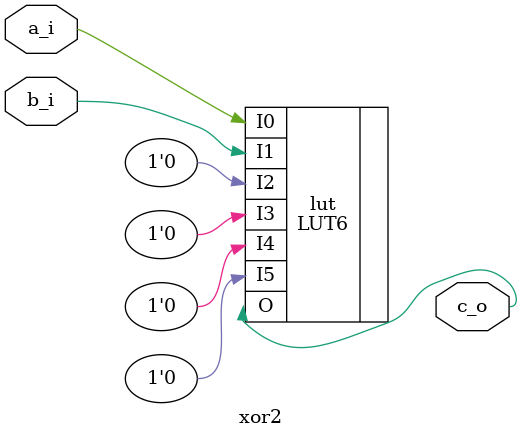
<source format=sv>
module xor2
  (input [0:0] a_i
  ,input [0:0] b_i
  ,output [0:0] c_o);

   // Implement a Two-Input Exclusive OR Module (xor2). You must use the LUT6 module.
   // 
   // Your code here:

   LUT6 
   #(.INIT(64'h0000000000000006))
   lut
   (.O(c_o),
   .I0(a_i),
   .I1(b_i),
   .I2(1'b0),
   .I3(1'b0),
   .I4(1'b0),
   .I5(1'b0));

endmodule

</source>
